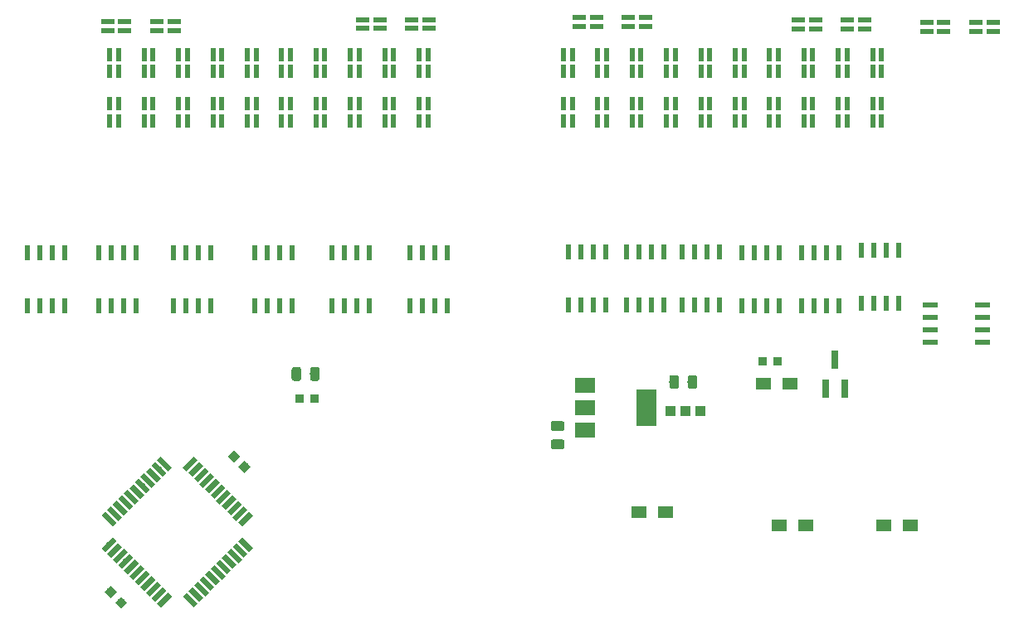
<source format=gtp>
G04 #@! TF.GenerationSoftware,KiCad,Pcbnew,(5.0.2)-1*
G04 #@! TF.CreationDate,2020-09-04T07:28:52-07:00*
G04 #@! TF.ProjectId,PipeDriver24,50697065-4472-4697-9665-7232342e6b69,rev?*
G04 #@! TF.SameCoordinates,Original*
G04 #@! TF.FileFunction,Paste,Top*
G04 #@! TF.FilePolarity,Positive*
%FSLAX46Y46*%
G04 Gerber Fmt 4.6, Leading zero omitted, Abs format (unit mm)*
G04 Created by KiCad (PCBNEW (5.0.2)-1) date 9/4/2020 7:28:52 AM*
%MOMM*%
%LPD*%
G01*
G04 APERTURE LIST*
%ADD10R,0.600000X1.450000*%
%ADD11R,1.450000X0.600000*%
%ADD12C,0.100000*%
%ADD13C,0.975000*%
%ADD14R,0.800000X1.900000*%
%ADD15R,0.889000X0.889000*%
%ADD16C,0.560000*%
%ADD17R,2.000000X1.500000*%
%ADD18R,2.000000X3.800000*%
%ADD19R,1.000000X1.000000*%
%ADD20C,0.889000*%
%ADD21R,1.500000X1.300000*%
%ADD22R,0.600000X1.550000*%
%ADD23R,1.550000X0.600000*%
G04 APERTURE END LIST*
D10*
G04 #@! TO.C,D2*
X51912100Y7775000D03*
X51912100Y6025000D03*
X52812100Y7775000D03*
X52812100Y6025000D03*
X51912100Y12775000D03*
X51912100Y11025000D03*
X52812100Y11025000D03*
X52812100Y12775000D03*
G04 #@! TD*
G04 #@! TO.C,D3*
X58922500Y7775000D03*
X58922500Y6025000D03*
X59822500Y7775000D03*
X59822500Y6025000D03*
X58922500Y12775000D03*
X58922500Y11025000D03*
X59822500Y11025000D03*
X59822500Y12775000D03*
G04 #@! TD*
G04 #@! TO.C,D4*
X65932900Y7775000D03*
X65932900Y6025000D03*
X66832900Y7775000D03*
X66832900Y6025000D03*
X65932900Y12775000D03*
X65932900Y11025000D03*
X66832900Y11025000D03*
X66832900Y12775000D03*
G04 #@! TD*
G04 #@! TO.C,D5*
X72943300Y7775000D03*
X72943300Y6025000D03*
X73843300Y7775000D03*
X73843300Y6025000D03*
X72943300Y12775000D03*
X72943300Y11025000D03*
X73843300Y11025000D03*
X73843300Y12775000D03*
G04 #@! TD*
D11*
G04 #@! TO.C,D6*
X83463800Y15145600D03*
X85213800Y15145600D03*
X83463800Y16045600D03*
X85213800Y16045600D03*
X78463800Y15145600D03*
X80213800Y15145600D03*
X80213800Y16045600D03*
X78463800Y16045600D03*
G04 #@! TD*
D10*
G04 #@! TO.C,D10*
X55417300Y7775000D03*
X55417300Y6025000D03*
X56317300Y7775000D03*
X56317300Y6025000D03*
X55417300Y12775000D03*
X55417300Y11025000D03*
X56317300Y11025000D03*
X56317300Y12775000D03*
G04 #@! TD*
G04 #@! TO.C,D11*
X62427700Y7775000D03*
X62427700Y6025000D03*
X63327700Y7775000D03*
X63327700Y6025000D03*
X62427700Y12775000D03*
X62427700Y11025000D03*
X63327700Y11025000D03*
X63327700Y12775000D03*
G04 #@! TD*
G04 #@! TO.C,D12*
X69438100Y7775000D03*
X69438100Y6025000D03*
X70338100Y7775000D03*
X70338100Y6025000D03*
X69438100Y12775000D03*
X69438100Y11025000D03*
X70338100Y11025000D03*
X70338100Y12775000D03*
G04 #@! TD*
D11*
G04 #@! TO.C,D13*
X70357400Y15399600D03*
X72107400Y15399600D03*
X70357400Y16299600D03*
X72107400Y16299600D03*
X65357400Y15399600D03*
X67107400Y15399600D03*
X67107400Y16299600D03*
X65357400Y16299600D03*
G04 #@! TD*
G04 #@! TO.C,D19*
X-3356500Y16150000D03*
X-5106500Y16150000D03*
X-3356500Y15250000D03*
X-5106500Y15250000D03*
X1643500Y16150000D03*
X-106500Y16150000D03*
X-106500Y15250000D03*
X1643500Y15250000D03*
G04 #@! TD*
D10*
G04 #@! TO.C,D20*
X-1377100Y7773000D03*
X-1377100Y6023000D03*
X-477100Y7773000D03*
X-477100Y6023000D03*
X-1377100Y12773000D03*
X-1377100Y11023000D03*
X-477100Y11023000D03*
X-477100Y12773000D03*
G04 #@! TD*
G04 #@! TO.C,D21*
X5633300Y7775000D03*
X5633300Y6025000D03*
X6533300Y7775000D03*
X6533300Y6025000D03*
X5633300Y12775000D03*
X5633300Y11025000D03*
X6533300Y11025000D03*
X6533300Y12775000D03*
G04 #@! TD*
G04 #@! TO.C,D22*
X12643700Y7775000D03*
X12643700Y6025000D03*
X13543700Y7775000D03*
X13543700Y6025000D03*
X12643700Y12775000D03*
X12643700Y11025000D03*
X13543700Y11025000D03*
X13543700Y12775000D03*
G04 #@! TD*
G04 #@! TO.C,D23*
X19654100Y7775000D03*
X19654100Y6025000D03*
X20554100Y7775000D03*
X20554100Y6025000D03*
X19654100Y12775000D03*
X19654100Y11025000D03*
X20554100Y11025000D03*
X20554100Y12775000D03*
G04 #@! TD*
G04 #@! TO.C,D24*
X26664500Y7775000D03*
X26664500Y6025000D03*
X27564500Y7775000D03*
X27564500Y6025000D03*
X26664500Y12775000D03*
X26664500Y11025000D03*
X27564500Y11025000D03*
X27564500Y12775000D03*
G04 #@! TD*
D11*
G04 #@! TO.C,D25*
X44743500Y16550000D03*
X42993500Y16550000D03*
X44743500Y15650000D03*
X42993500Y15650000D03*
X49743500Y16550000D03*
X47993500Y16550000D03*
X47993500Y15650000D03*
X49743500Y15650000D03*
G04 #@! TD*
D10*
G04 #@! TO.C,D26*
X44901700Y7775000D03*
X44901700Y6025000D03*
X45801700Y7775000D03*
X45801700Y6025000D03*
X44901700Y12775000D03*
X44901700Y11025000D03*
X45801700Y11025000D03*
X45801700Y12775000D03*
G04 #@! TD*
G04 #@! TO.C,D27*
X-4882300Y7773000D03*
X-4882300Y6023000D03*
X-3982300Y7773000D03*
X-3982300Y6023000D03*
X-4882300Y12773000D03*
X-4882300Y11023000D03*
X-3982300Y11023000D03*
X-3982300Y12773000D03*
G04 #@! TD*
G04 #@! TO.C,D28*
X2128100Y7773000D03*
X2128100Y6023000D03*
X3028100Y7773000D03*
X3028100Y6023000D03*
X2128100Y12773000D03*
X2128100Y11023000D03*
X3028100Y11023000D03*
X3028100Y12773000D03*
G04 #@! TD*
G04 #@! TO.C,D29*
X9138500Y7775000D03*
X9138500Y6025000D03*
X10038500Y7775000D03*
X10038500Y6025000D03*
X9138500Y12775000D03*
X9138500Y11025000D03*
X10038500Y11025000D03*
X10038500Y12775000D03*
G04 #@! TD*
G04 #@! TO.C,D30*
X16148900Y7775000D03*
X16148900Y6025000D03*
X17048900Y7775000D03*
X17048900Y6025000D03*
X16148900Y12775000D03*
X16148900Y11025000D03*
X17048900Y11025000D03*
X17048900Y12775000D03*
G04 #@! TD*
G04 #@! TO.C,D31*
X23159300Y7775000D03*
X23159300Y6025000D03*
X24059300Y7775000D03*
X24059300Y6025000D03*
X23159300Y12775000D03*
X23159300Y11025000D03*
X24059300Y11025000D03*
X24059300Y12775000D03*
G04 #@! TD*
D11*
G04 #@! TO.C,D32*
X25893500Y15450000D03*
X27643500Y15450000D03*
X25893500Y16350000D03*
X27643500Y16350000D03*
X20893500Y15450000D03*
X22643500Y15450000D03*
X22643500Y16350000D03*
X20893500Y16350000D03*
G04 #@! TD*
D10*
G04 #@! TO.C,D33*
X41396500Y7773000D03*
X41396500Y6023000D03*
X42296500Y7773000D03*
X42296500Y6023000D03*
X41396500Y12773000D03*
X41396500Y11023000D03*
X42296500Y11023000D03*
X42296500Y12773000D03*
G04 #@! TD*
G04 #@! TO.C,D34*
X48406900Y7775000D03*
X48406900Y6025000D03*
X49306900Y7775000D03*
X49306900Y6025000D03*
X48406900Y12775000D03*
X48406900Y11025000D03*
X49306900Y11025000D03*
X49306900Y12775000D03*
G04 #@! TD*
D12*
G04 #@! TO.C,D1*
G36*
X16292742Y-19163974D02*
X16316403Y-19167484D01*
X16339607Y-19173296D01*
X16362129Y-19181354D01*
X16383753Y-19191582D01*
X16404270Y-19203879D01*
X16423483Y-19218129D01*
X16441207Y-19234193D01*
X16457271Y-19251917D01*
X16471521Y-19271130D01*
X16483818Y-19291647D01*
X16494046Y-19313271D01*
X16502104Y-19335793D01*
X16507916Y-19358997D01*
X16511426Y-19382658D01*
X16512600Y-19406550D01*
X16512600Y-20319050D01*
X16511426Y-20342942D01*
X16507916Y-20366603D01*
X16502104Y-20389807D01*
X16494046Y-20412329D01*
X16483818Y-20433953D01*
X16471521Y-20454470D01*
X16457271Y-20473683D01*
X16441207Y-20491407D01*
X16423483Y-20507471D01*
X16404270Y-20521721D01*
X16383753Y-20534018D01*
X16362129Y-20544246D01*
X16339607Y-20552304D01*
X16316403Y-20558116D01*
X16292742Y-20561626D01*
X16268850Y-20562800D01*
X15781350Y-20562800D01*
X15757458Y-20561626D01*
X15733797Y-20558116D01*
X15710593Y-20552304D01*
X15688071Y-20544246D01*
X15666447Y-20534018D01*
X15645930Y-20521721D01*
X15626717Y-20507471D01*
X15608993Y-20491407D01*
X15592929Y-20473683D01*
X15578679Y-20454470D01*
X15566382Y-20433953D01*
X15556154Y-20412329D01*
X15548096Y-20389807D01*
X15542284Y-20366603D01*
X15538774Y-20342942D01*
X15537600Y-20319050D01*
X15537600Y-19406550D01*
X15538774Y-19382658D01*
X15542284Y-19358997D01*
X15548096Y-19335793D01*
X15556154Y-19313271D01*
X15566382Y-19291647D01*
X15578679Y-19271130D01*
X15592929Y-19251917D01*
X15608993Y-19234193D01*
X15626717Y-19218129D01*
X15645930Y-19203879D01*
X15666447Y-19191582D01*
X15688071Y-19181354D01*
X15710593Y-19173296D01*
X15733797Y-19167484D01*
X15757458Y-19163974D01*
X15781350Y-19162800D01*
X16268850Y-19162800D01*
X16292742Y-19163974D01*
X16292742Y-19163974D01*
G37*
D13*
X16025100Y-19862800D03*
D12*
G36*
X14417742Y-19163974D02*
X14441403Y-19167484D01*
X14464607Y-19173296D01*
X14487129Y-19181354D01*
X14508753Y-19191582D01*
X14529270Y-19203879D01*
X14548483Y-19218129D01*
X14566207Y-19234193D01*
X14582271Y-19251917D01*
X14596521Y-19271130D01*
X14608818Y-19291647D01*
X14619046Y-19313271D01*
X14627104Y-19335793D01*
X14632916Y-19358997D01*
X14636426Y-19382658D01*
X14637600Y-19406550D01*
X14637600Y-20319050D01*
X14636426Y-20342942D01*
X14632916Y-20366603D01*
X14627104Y-20389807D01*
X14619046Y-20412329D01*
X14608818Y-20433953D01*
X14596521Y-20454470D01*
X14582271Y-20473683D01*
X14566207Y-20491407D01*
X14548483Y-20507471D01*
X14529270Y-20521721D01*
X14508753Y-20534018D01*
X14487129Y-20544246D01*
X14464607Y-20552304D01*
X14441403Y-20558116D01*
X14417742Y-20561626D01*
X14393850Y-20562800D01*
X13906350Y-20562800D01*
X13882458Y-20561626D01*
X13858797Y-20558116D01*
X13835593Y-20552304D01*
X13813071Y-20544246D01*
X13791447Y-20534018D01*
X13770930Y-20521721D01*
X13751717Y-20507471D01*
X13733993Y-20491407D01*
X13717929Y-20473683D01*
X13703679Y-20454470D01*
X13691382Y-20433953D01*
X13681154Y-20412329D01*
X13673096Y-20389807D01*
X13667284Y-20366603D01*
X13663774Y-20342942D01*
X13662600Y-20319050D01*
X13662600Y-19406550D01*
X13663774Y-19382658D01*
X13667284Y-19358997D01*
X13673096Y-19335793D01*
X13681154Y-19313271D01*
X13691382Y-19291647D01*
X13703679Y-19271130D01*
X13717929Y-19251917D01*
X13733993Y-19234193D01*
X13751717Y-19218129D01*
X13770930Y-19203879D01*
X13791447Y-19191582D01*
X13813071Y-19181354D01*
X13835593Y-19173296D01*
X13858797Y-19167484D01*
X13882458Y-19163974D01*
X13906350Y-19162800D01*
X14393850Y-19162800D01*
X14417742Y-19163974D01*
X14417742Y-19163974D01*
G37*
D13*
X14150100Y-19862800D03*
G04 #@! TD*
D14*
G04 #@! TO.C,Q9*
X69116800Y-18390800D03*
X70066800Y-21390800D03*
X68166800Y-21390800D03*
G04 #@! TD*
D15*
G04 #@! TO.C,R1*
X63278800Y-18590800D03*
X61754800Y-18590800D03*
G04 #@! TD*
G04 #@! TO.C,R2*
X14489200Y-22387600D03*
X16013200Y-22387600D03*
G04 #@! TD*
D16*
G04 #@! TO.C,U1*
X-4965002Y-34691852D03*
D12*
G36*
X-4201327Y-35059548D02*
X-4597306Y-35455527D01*
X-5728677Y-34324156D01*
X-5332698Y-33928177D01*
X-4201327Y-35059548D01*
X-4201327Y-35059548D01*
G37*
D16*
X-4399316Y-34126167D03*
D12*
G36*
X-3635641Y-34493863D02*
X-4031620Y-34889842D01*
X-5162991Y-33758471D01*
X-4767012Y-33362492D01*
X-3635641Y-34493863D01*
X-3635641Y-34493863D01*
G37*
D16*
X-3833631Y-33560482D03*
D12*
G36*
X-3069956Y-33928178D02*
X-3465935Y-34324157D01*
X-4597306Y-33192786D01*
X-4201327Y-32796807D01*
X-3069956Y-33928178D01*
X-3069956Y-33928178D01*
G37*
D16*
X-3267946Y-32994796D03*
D12*
G36*
X-2504271Y-33362492D02*
X-2900250Y-33758471D01*
X-4031621Y-32627100D01*
X-3635642Y-32231121D01*
X-2504271Y-33362492D01*
X-2504271Y-33362492D01*
G37*
D16*
X-2702260Y-32429111D03*
D12*
G36*
X-1938585Y-32796807D02*
X-2334564Y-33192786D01*
X-3465935Y-32061415D01*
X-3069956Y-31665436D01*
X-1938585Y-32796807D01*
X-1938585Y-32796807D01*
G37*
D16*
X-2136575Y-31863425D03*
D12*
G36*
X-1372900Y-32231121D02*
X-1768879Y-32627100D01*
X-2900250Y-31495729D01*
X-2504271Y-31099750D01*
X-1372900Y-32231121D01*
X-1372900Y-32231121D01*
G37*
D16*
X-1570889Y-31297740D03*
D12*
G36*
X-807214Y-31665436D02*
X-1203193Y-32061415D01*
X-2334564Y-30930044D01*
X-1938585Y-30534065D01*
X-807214Y-31665436D01*
X-807214Y-31665436D01*
G37*
D16*
X-1005204Y-30732054D03*
D12*
G36*
X-241529Y-31099750D02*
X-637508Y-31495729D01*
X-1768879Y-30364358D01*
X-1372900Y-29968379D01*
X-241529Y-31099750D01*
X-241529Y-31099750D01*
G37*
D16*
X-439518Y-30166369D03*
D12*
G36*
X324157Y-30534065D02*
X-71822Y-30930044D01*
X-1203193Y-29798673D01*
X-807214Y-29402694D01*
X324157Y-30534065D01*
X324157Y-30534065D01*
G37*
D16*
X126167Y-29600684D03*
D12*
G36*
X889842Y-29968380D02*
X493863Y-30364359D01*
X-637508Y-29232988D01*
X-241529Y-28837009D01*
X889842Y-29968380D01*
X889842Y-29968380D01*
G37*
D16*
X691852Y-29034998D03*
D12*
G36*
X1455527Y-29402694D02*
X1059548Y-29798673D01*
X-71823Y-28667302D01*
X324156Y-28271323D01*
X1455527Y-29402694D01*
X1455527Y-29402694D01*
G37*
D16*
X3308148Y-29034998D03*
D12*
G36*
X2940452Y-29798673D02*
X2544473Y-29402694D01*
X3675844Y-28271323D01*
X4071823Y-28667302D01*
X2940452Y-29798673D01*
X2940452Y-29798673D01*
G37*
D16*
X3873833Y-29600684D03*
D12*
G36*
X3506137Y-30364359D02*
X3110158Y-29968380D01*
X4241529Y-28837009D01*
X4637508Y-29232988D01*
X3506137Y-30364359D01*
X3506137Y-30364359D01*
G37*
D16*
X4439518Y-30166369D03*
D12*
G36*
X4071822Y-30930044D02*
X3675843Y-30534065D01*
X4807214Y-29402694D01*
X5203193Y-29798673D01*
X4071822Y-30930044D01*
X4071822Y-30930044D01*
G37*
D16*
X5005204Y-30732054D03*
D12*
G36*
X4637508Y-31495729D02*
X4241529Y-31099750D01*
X5372900Y-29968379D01*
X5768879Y-30364358D01*
X4637508Y-31495729D01*
X4637508Y-31495729D01*
G37*
D16*
X5570889Y-31297740D03*
D12*
G36*
X5203193Y-32061415D02*
X4807214Y-31665436D01*
X5938585Y-30534065D01*
X6334564Y-30930044D01*
X5203193Y-32061415D01*
X5203193Y-32061415D01*
G37*
D16*
X6136575Y-31863425D03*
D12*
G36*
X5768879Y-32627100D02*
X5372900Y-32231121D01*
X6504271Y-31099750D01*
X6900250Y-31495729D01*
X5768879Y-32627100D01*
X5768879Y-32627100D01*
G37*
D16*
X6702260Y-32429111D03*
D12*
G36*
X6334564Y-33192786D02*
X5938585Y-32796807D01*
X7069956Y-31665436D01*
X7465935Y-32061415D01*
X6334564Y-33192786D01*
X6334564Y-33192786D01*
G37*
D16*
X7267946Y-32994796D03*
D12*
G36*
X6900250Y-33758471D02*
X6504271Y-33362492D01*
X7635642Y-32231121D01*
X8031621Y-32627100D01*
X6900250Y-33758471D01*
X6900250Y-33758471D01*
G37*
D16*
X7833631Y-33560482D03*
D12*
G36*
X7465935Y-34324157D02*
X7069956Y-33928178D01*
X8201327Y-32796807D01*
X8597306Y-33192786D01*
X7465935Y-34324157D01*
X7465935Y-34324157D01*
G37*
D16*
X8399316Y-34126167D03*
D12*
G36*
X8031620Y-34889842D02*
X7635641Y-34493863D01*
X8767012Y-33362492D01*
X9162991Y-33758471D01*
X8031620Y-34889842D01*
X8031620Y-34889842D01*
G37*
D16*
X8965002Y-34691852D03*
D12*
G36*
X8597306Y-35455527D02*
X8201327Y-35059548D01*
X9332698Y-33928177D01*
X9728677Y-34324156D01*
X8597306Y-35455527D01*
X8597306Y-35455527D01*
G37*
D16*
X8965002Y-37308148D03*
D12*
G36*
X9728677Y-37675844D02*
X9332698Y-38071823D01*
X8201327Y-36940452D01*
X8597306Y-36544473D01*
X9728677Y-37675844D01*
X9728677Y-37675844D01*
G37*
D16*
X8399316Y-37873833D03*
D12*
G36*
X9162991Y-38241529D02*
X8767012Y-38637508D01*
X7635641Y-37506137D01*
X8031620Y-37110158D01*
X9162991Y-38241529D01*
X9162991Y-38241529D01*
G37*
D16*
X7833631Y-38439518D03*
D12*
G36*
X8597306Y-38807214D02*
X8201327Y-39203193D01*
X7069956Y-38071822D01*
X7465935Y-37675843D01*
X8597306Y-38807214D01*
X8597306Y-38807214D01*
G37*
D16*
X7267946Y-39005204D03*
D12*
G36*
X8031621Y-39372900D02*
X7635642Y-39768879D01*
X6504271Y-38637508D01*
X6900250Y-38241529D01*
X8031621Y-39372900D01*
X8031621Y-39372900D01*
G37*
D16*
X6702260Y-39570889D03*
D12*
G36*
X7465935Y-39938585D02*
X7069956Y-40334564D01*
X5938585Y-39203193D01*
X6334564Y-38807214D01*
X7465935Y-39938585D01*
X7465935Y-39938585D01*
G37*
D16*
X6136575Y-40136575D03*
D12*
G36*
X6900250Y-40504271D02*
X6504271Y-40900250D01*
X5372900Y-39768879D01*
X5768879Y-39372900D01*
X6900250Y-40504271D01*
X6900250Y-40504271D01*
G37*
D16*
X5570889Y-40702260D03*
D12*
G36*
X6334564Y-41069956D02*
X5938585Y-41465935D01*
X4807214Y-40334564D01*
X5203193Y-39938585D01*
X6334564Y-41069956D01*
X6334564Y-41069956D01*
G37*
D16*
X5005204Y-41267946D03*
D12*
G36*
X5768879Y-41635642D02*
X5372900Y-42031621D01*
X4241529Y-40900250D01*
X4637508Y-40504271D01*
X5768879Y-41635642D01*
X5768879Y-41635642D01*
G37*
D16*
X4439518Y-41833631D03*
D12*
G36*
X5203193Y-42201327D02*
X4807214Y-42597306D01*
X3675843Y-41465935D01*
X4071822Y-41069956D01*
X5203193Y-42201327D01*
X5203193Y-42201327D01*
G37*
D16*
X3873833Y-42399316D03*
D12*
G36*
X4637508Y-42767012D02*
X4241529Y-43162991D01*
X3110158Y-42031620D01*
X3506137Y-41635641D01*
X4637508Y-42767012D01*
X4637508Y-42767012D01*
G37*
D16*
X3308148Y-42965002D03*
D12*
G36*
X4071823Y-43332698D02*
X3675844Y-43728677D01*
X2544473Y-42597306D01*
X2940452Y-42201327D01*
X4071823Y-43332698D01*
X4071823Y-43332698D01*
G37*
D16*
X691852Y-42965002D03*
D12*
G36*
X324156Y-43728677D02*
X-71823Y-43332698D01*
X1059548Y-42201327D01*
X1455527Y-42597306D01*
X324156Y-43728677D01*
X324156Y-43728677D01*
G37*
D16*
X126167Y-42399316D03*
D12*
G36*
X-241529Y-43162991D02*
X-637508Y-42767012D01*
X493863Y-41635641D01*
X889842Y-42031620D01*
X-241529Y-43162991D01*
X-241529Y-43162991D01*
G37*
D16*
X-439518Y-41833631D03*
D12*
G36*
X-807214Y-42597306D02*
X-1203193Y-42201327D01*
X-71822Y-41069956D01*
X324157Y-41465935D01*
X-807214Y-42597306D01*
X-807214Y-42597306D01*
G37*
D16*
X-1005204Y-41267946D03*
D12*
G36*
X-1372900Y-42031621D02*
X-1768879Y-41635642D01*
X-637508Y-40504271D01*
X-241529Y-40900250D01*
X-1372900Y-42031621D01*
X-1372900Y-42031621D01*
G37*
D16*
X-1570889Y-40702260D03*
D12*
G36*
X-1938585Y-41465935D02*
X-2334564Y-41069956D01*
X-1203193Y-39938585D01*
X-807214Y-40334564D01*
X-1938585Y-41465935D01*
X-1938585Y-41465935D01*
G37*
D16*
X-2136575Y-40136575D03*
D12*
G36*
X-2504271Y-40900250D02*
X-2900250Y-40504271D01*
X-1768879Y-39372900D01*
X-1372900Y-39768879D01*
X-2504271Y-40900250D01*
X-2504271Y-40900250D01*
G37*
D16*
X-2702260Y-39570889D03*
D12*
G36*
X-3069956Y-40334564D02*
X-3465935Y-39938585D01*
X-2334564Y-38807214D01*
X-1938585Y-39203193D01*
X-3069956Y-40334564D01*
X-3069956Y-40334564D01*
G37*
D16*
X-3267946Y-39005204D03*
D12*
G36*
X-3635642Y-39768879D02*
X-4031621Y-39372900D01*
X-2900250Y-38241529D01*
X-2504271Y-38637508D01*
X-3635642Y-39768879D01*
X-3635642Y-39768879D01*
G37*
D16*
X-3833631Y-38439518D03*
D12*
G36*
X-4201327Y-39203193D02*
X-4597306Y-38807214D01*
X-3465935Y-37675843D01*
X-3069956Y-38071822D01*
X-4201327Y-39203193D01*
X-4201327Y-39203193D01*
G37*
D16*
X-4399316Y-37873833D03*
D12*
G36*
X-4767012Y-38637508D02*
X-5162991Y-38241529D01*
X-4031620Y-37110158D01*
X-3635641Y-37506137D01*
X-4767012Y-38637508D01*
X-4767012Y-38637508D01*
G37*
D16*
X-4965002Y-37308148D03*
D12*
G36*
X-5332698Y-38071823D02*
X-5728677Y-37675844D01*
X-4597306Y-36544473D01*
X-4201327Y-36940452D01*
X-5332698Y-38071823D01*
X-5332698Y-38071823D01*
G37*
G04 #@! TD*
D17*
G04 #@! TO.C,U9*
X43586000Y-21017200D03*
X43586000Y-25617200D03*
X43586000Y-23317200D03*
D18*
X49886000Y-23317200D03*
G04 #@! TD*
D19*
G04 #@! TO.C,J2*
X52292000Y-23622000D03*
X53832000Y-23622000D03*
X55372000Y-23622000D03*
G04 #@! TD*
D20*
G04 #@! TO.C,C9*
X7792385Y-28264785D03*
D12*
G36*
X8421003Y-28264785D02*
X7792385Y-28893403D01*
X7163767Y-28264785D01*
X7792385Y-27636167D01*
X8421003Y-28264785D01*
X8421003Y-28264785D01*
G37*
D20*
X8870015Y-29342415D03*
D12*
G36*
X9498633Y-29342415D02*
X8870015Y-29971033D01*
X8241397Y-29342415D01*
X8870015Y-28713797D01*
X9498633Y-29342415D01*
X9498633Y-29342415D01*
G37*
G04 #@! TD*
D20*
G04 #@! TO.C,C10*
X-4806015Y-42133185D03*
D12*
G36*
X-4177397Y-42133185D02*
X-4806015Y-42761803D01*
X-5434633Y-42133185D01*
X-4806015Y-41504567D01*
X-4177397Y-42133185D01*
X-4177397Y-42133185D01*
G37*
D20*
X-3728385Y-43210815D03*
D12*
G36*
X-3099767Y-43210815D02*
X-3728385Y-43839433D01*
X-4357003Y-43210815D01*
X-3728385Y-42582197D01*
X-3099767Y-43210815D01*
X-3099767Y-43210815D01*
G37*
G04 #@! TD*
G04 #@! TO.C,C5*
G36*
X41272542Y-26562374D02*
X41296203Y-26565884D01*
X41319407Y-26571696D01*
X41341929Y-26579754D01*
X41363553Y-26589982D01*
X41384070Y-26602279D01*
X41403283Y-26616529D01*
X41421007Y-26632593D01*
X41437071Y-26650317D01*
X41451321Y-26669530D01*
X41463618Y-26690047D01*
X41473846Y-26711671D01*
X41481904Y-26734193D01*
X41487716Y-26757397D01*
X41491226Y-26781058D01*
X41492400Y-26804950D01*
X41492400Y-27292450D01*
X41491226Y-27316342D01*
X41487716Y-27340003D01*
X41481904Y-27363207D01*
X41473846Y-27385729D01*
X41463618Y-27407353D01*
X41451321Y-27427870D01*
X41437071Y-27447083D01*
X41421007Y-27464807D01*
X41403283Y-27480871D01*
X41384070Y-27495121D01*
X41363553Y-27507418D01*
X41341929Y-27517646D01*
X41319407Y-27525704D01*
X41296203Y-27531516D01*
X41272542Y-27535026D01*
X41248650Y-27536200D01*
X40336150Y-27536200D01*
X40312258Y-27535026D01*
X40288597Y-27531516D01*
X40265393Y-27525704D01*
X40242871Y-27517646D01*
X40221247Y-27507418D01*
X40200730Y-27495121D01*
X40181517Y-27480871D01*
X40163793Y-27464807D01*
X40147729Y-27447083D01*
X40133479Y-27427870D01*
X40121182Y-27407353D01*
X40110954Y-27385729D01*
X40102896Y-27363207D01*
X40097084Y-27340003D01*
X40093574Y-27316342D01*
X40092400Y-27292450D01*
X40092400Y-26804950D01*
X40093574Y-26781058D01*
X40097084Y-26757397D01*
X40102896Y-26734193D01*
X40110954Y-26711671D01*
X40121182Y-26690047D01*
X40133479Y-26669530D01*
X40147729Y-26650317D01*
X40163793Y-26632593D01*
X40181517Y-26616529D01*
X40200730Y-26602279D01*
X40221247Y-26589982D01*
X40242871Y-26579754D01*
X40265393Y-26571696D01*
X40288597Y-26565884D01*
X40312258Y-26562374D01*
X40336150Y-26561200D01*
X41248650Y-26561200D01*
X41272542Y-26562374D01*
X41272542Y-26562374D01*
G37*
D13*
X40792400Y-27048700D03*
D12*
G36*
X41272542Y-24687374D02*
X41296203Y-24690884D01*
X41319407Y-24696696D01*
X41341929Y-24704754D01*
X41363553Y-24714982D01*
X41384070Y-24727279D01*
X41403283Y-24741529D01*
X41421007Y-24757593D01*
X41437071Y-24775317D01*
X41451321Y-24794530D01*
X41463618Y-24815047D01*
X41473846Y-24836671D01*
X41481904Y-24859193D01*
X41487716Y-24882397D01*
X41491226Y-24906058D01*
X41492400Y-24929950D01*
X41492400Y-25417450D01*
X41491226Y-25441342D01*
X41487716Y-25465003D01*
X41481904Y-25488207D01*
X41473846Y-25510729D01*
X41463618Y-25532353D01*
X41451321Y-25552870D01*
X41437071Y-25572083D01*
X41421007Y-25589807D01*
X41403283Y-25605871D01*
X41384070Y-25620121D01*
X41363553Y-25632418D01*
X41341929Y-25642646D01*
X41319407Y-25650704D01*
X41296203Y-25656516D01*
X41272542Y-25660026D01*
X41248650Y-25661200D01*
X40336150Y-25661200D01*
X40312258Y-25660026D01*
X40288597Y-25656516D01*
X40265393Y-25650704D01*
X40242871Y-25642646D01*
X40221247Y-25632418D01*
X40200730Y-25620121D01*
X40181517Y-25605871D01*
X40163793Y-25589807D01*
X40147729Y-25572083D01*
X40133479Y-25552870D01*
X40121182Y-25532353D01*
X40110954Y-25510729D01*
X40102896Y-25488207D01*
X40097084Y-25465003D01*
X40093574Y-25441342D01*
X40092400Y-25417450D01*
X40092400Y-24929950D01*
X40093574Y-24906058D01*
X40097084Y-24882397D01*
X40102896Y-24859193D01*
X40110954Y-24836671D01*
X40121182Y-24815047D01*
X40133479Y-24794530D01*
X40147729Y-24775317D01*
X40163793Y-24757593D01*
X40181517Y-24741529D01*
X40200730Y-24727279D01*
X40221247Y-24714982D01*
X40242871Y-24704754D01*
X40265393Y-24696696D01*
X40288597Y-24690884D01*
X40312258Y-24687374D01*
X40336150Y-24686200D01*
X41248650Y-24686200D01*
X41272542Y-24687374D01*
X41272542Y-24687374D01*
G37*
D13*
X40792400Y-25173700D03*
G04 #@! TD*
D12*
G04 #@! TO.C,C8*
G36*
X54822242Y-19976774D02*
X54845903Y-19980284D01*
X54869107Y-19986096D01*
X54891629Y-19994154D01*
X54913253Y-20004382D01*
X54933770Y-20016679D01*
X54952983Y-20030929D01*
X54970707Y-20046993D01*
X54986771Y-20064717D01*
X55001021Y-20083930D01*
X55013318Y-20104447D01*
X55023546Y-20126071D01*
X55031604Y-20148593D01*
X55037416Y-20171797D01*
X55040926Y-20195458D01*
X55042100Y-20219350D01*
X55042100Y-21131850D01*
X55040926Y-21155742D01*
X55037416Y-21179403D01*
X55031604Y-21202607D01*
X55023546Y-21225129D01*
X55013318Y-21246753D01*
X55001021Y-21267270D01*
X54986771Y-21286483D01*
X54970707Y-21304207D01*
X54952983Y-21320271D01*
X54933770Y-21334521D01*
X54913253Y-21346818D01*
X54891629Y-21357046D01*
X54869107Y-21365104D01*
X54845903Y-21370916D01*
X54822242Y-21374426D01*
X54798350Y-21375600D01*
X54310850Y-21375600D01*
X54286958Y-21374426D01*
X54263297Y-21370916D01*
X54240093Y-21365104D01*
X54217571Y-21357046D01*
X54195947Y-21346818D01*
X54175430Y-21334521D01*
X54156217Y-21320271D01*
X54138493Y-21304207D01*
X54122429Y-21286483D01*
X54108179Y-21267270D01*
X54095882Y-21246753D01*
X54085654Y-21225129D01*
X54077596Y-21202607D01*
X54071784Y-21179403D01*
X54068274Y-21155742D01*
X54067100Y-21131850D01*
X54067100Y-20219350D01*
X54068274Y-20195458D01*
X54071784Y-20171797D01*
X54077596Y-20148593D01*
X54085654Y-20126071D01*
X54095882Y-20104447D01*
X54108179Y-20083930D01*
X54122429Y-20064717D01*
X54138493Y-20046993D01*
X54156217Y-20030929D01*
X54175430Y-20016679D01*
X54195947Y-20004382D01*
X54217571Y-19994154D01*
X54240093Y-19986096D01*
X54263297Y-19980284D01*
X54286958Y-19976774D01*
X54310850Y-19975600D01*
X54798350Y-19975600D01*
X54822242Y-19976774D01*
X54822242Y-19976774D01*
G37*
D13*
X54554600Y-20675600D03*
D12*
G36*
X52947242Y-19976774D02*
X52970903Y-19980284D01*
X52994107Y-19986096D01*
X53016629Y-19994154D01*
X53038253Y-20004382D01*
X53058770Y-20016679D01*
X53077983Y-20030929D01*
X53095707Y-20046993D01*
X53111771Y-20064717D01*
X53126021Y-20083930D01*
X53138318Y-20104447D01*
X53148546Y-20126071D01*
X53156604Y-20148593D01*
X53162416Y-20171797D01*
X53165926Y-20195458D01*
X53167100Y-20219350D01*
X53167100Y-21131850D01*
X53165926Y-21155742D01*
X53162416Y-21179403D01*
X53156604Y-21202607D01*
X53148546Y-21225129D01*
X53138318Y-21246753D01*
X53126021Y-21267270D01*
X53111771Y-21286483D01*
X53095707Y-21304207D01*
X53077983Y-21320271D01*
X53058770Y-21334521D01*
X53038253Y-21346818D01*
X53016629Y-21357046D01*
X52994107Y-21365104D01*
X52970903Y-21370916D01*
X52947242Y-21374426D01*
X52923350Y-21375600D01*
X52435850Y-21375600D01*
X52411958Y-21374426D01*
X52388297Y-21370916D01*
X52365093Y-21365104D01*
X52342571Y-21357046D01*
X52320947Y-21346818D01*
X52300430Y-21334521D01*
X52281217Y-21320271D01*
X52263493Y-21304207D01*
X52247429Y-21286483D01*
X52233179Y-21267270D01*
X52220882Y-21246753D01*
X52210654Y-21225129D01*
X52202596Y-21202607D01*
X52196784Y-21179403D01*
X52193274Y-21155742D01*
X52192100Y-21131850D01*
X52192100Y-20219350D01*
X52193274Y-20195458D01*
X52196784Y-20171797D01*
X52202596Y-20148593D01*
X52210654Y-20126071D01*
X52220882Y-20104447D01*
X52233179Y-20083930D01*
X52247429Y-20064717D01*
X52263493Y-20046993D01*
X52281217Y-20030929D01*
X52300430Y-20016679D01*
X52320947Y-20004382D01*
X52342571Y-19994154D01*
X52365093Y-19986096D01*
X52388297Y-19980284D01*
X52411958Y-19976774D01*
X52435850Y-19975600D01*
X52923350Y-19975600D01*
X52947242Y-19976774D01*
X52947242Y-19976774D01*
G37*
D13*
X52679600Y-20675600D03*
G04 #@! TD*
D21*
G04 #@! TO.C,R3*
X74088000Y-35306000D03*
X76788000Y-35306000D03*
G04 #@! TD*
G04 #@! TO.C,R4*
X51780000Y-34000000D03*
X49080000Y-34000000D03*
G04 #@! TD*
G04 #@! TO.C,R5*
X63442860Y-35331400D03*
X66142860Y-35331400D03*
G04 #@! TD*
G04 #@! TO.C,R6*
X61766800Y-20890800D03*
X64466800Y-20890800D03*
G04 #@! TD*
D22*
G04 #@! TO.C,Q1*
X17795000Y-12900000D03*
X19065000Y-12900000D03*
X20335000Y-12900000D03*
X21605000Y-12900000D03*
X21605000Y-7500000D03*
X20335000Y-7500000D03*
X19065000Y-7500000D03*
X17795000Y-7500000D03*
G04 #@! TD*
G04 #@! TO.C,Q3*
X25695000Y-7500000D03*
X26965000Y-7500000D03*
X28235000Y-7500000D03*
X29505000Y-7500000D03*
X29505000Y-12900000D03*
X28235000Y-12900000D03*
X26965000Y-12900000D03*
X25695000Y-12900000D03*
G04 #@! TD*
G04 #@! TO.C,Q5*
X41897300Y-12816080D03*
X43167300Y-12816080D03*
X44437300Y-12816080D03*
X45707300Y-12816080D03*
X45707300Y-7416080D03*
X44437300Y-7416080D03*
X43167300Y-7416080D03*
X41897300Y-7416080D03*
G04 #@! TD*
G04 #@! TO.C,Q7*
X47787300Y-7416080D03*
X49057300Y-7416080D03*
X50327300Y-7416080D03*
X51597300Y-7416080D03*
X51597300Y-12816080D03*
X50327300Y-12816080D03*
X49057300Y-12816080D03*
X47787300Y-12816080D03*
G04 #@! TD*
G04 #@! TO.C,Q10*
X-13305000Y-7460000D03*
X-12035000Y-7460000D03*
X-10765000Y-7460000D03*
X-9495000Y-7460000D03*
X-9495000Y-12860000D03*
X-10765000Y-12860000D03*
X-12035000Y-12860000D03*
X-13305000Y-12860000D03*
G04 #@! TD*
G04 #@! TO.C,Q12*
X-6005000Y-12860000D03*
X-4735000Y-12860000D03*
X-3465000Y-12860000D03*
X-2195000Y-12860000D03*
X-2195000Y-7460000D03*
X-3465000Y-7460000D03*
X-4735000Y-7460000D03*
X-6005000Y-7460000D03*
G04 #@! TD*
G04 #@! TO.C,Q14*
X1595000Y-12900000D03*
X2865000Y-12900000D03*
X4135000Y-12900000D03*
X5405000Y-12900000D03*
X5405000Y-7500000D03*
X4135000Y-7500000D03*
X2865000Y-7500000D03*
X1595000Y-7500000D03*
G04 #@! TD*
G04 #@! TO.C,Q16*
X9895000Y-7500000D03*
X11165000Y-7500000D03*
X12435000Y-7500000D03*
X13705000Y-7500000D03*
X13705000Y-12900000D03*
X12435000Y-12900000D03*
X11165000Y-12900000D03*
X9895000Y-12900000D03*
G04 #@! TD*
D23*
G04 #@! TO.C,Q18*
X78783200Y-12827000D03*
X78783200Y-14097000D03*
X78783200Y-15367000D03*
X78783200Y-16637000D03*
X84183200Y-16637000D03*
X84183200Y-15367000D03*
X84183200Y-14097000D03*
X84183200Y-12827000D03*
G04 #@! TD*
D22*
G04 #@! TO.C,Q26*
X53533040Y-12809200D03*
X54803040Y-12809200D03*
X56073040Y-12809200D03*
X57343040Y-12809200D03*
X57343040Y-7409200D03*
X56073040Y-7409200D03*
X54803040Y-7409200D03*
X53533040Y-7409200D03*
G04 #@! TD*
G04 #@! TO.C,Q28*
X59563000Y-7460000D03*
X60833000Y-7460000D03*
X62103000Y-7460000D03*
X63373000Y-7460000D03*
X63373000Y-12860000D03*
X62103000Y-12860000D03*
X60833000Y-12860000D03*
X59563000Y-12860000D03*
G04 #@! TD*
G04 #@! TO.C,Q30*
X65659000Y-12860000D03*
X66929000Y-12860000D03*
X68199000Y-12860000D03*
X69469000Y-12860000D03*
X69469000Y-7460000D03*
X68199000Y-7460000D03*
X66929000Y-7460000D03*
X65659000Y-7460000D03*
G04 #@! TD*
G04 #@! TO.C,Q32*
X71755000Y-7206000D03*
X73025000Y-7206000D03*
X74295000Y-7206000D03*
X75565000Y-7206000D03*
X75565000Y-12606000D03*
X74295000Y-12606000D03*
X73025000Y-12606000D03*
X71755000Y-12606000D03*
G04 #@! TD*
M02*

</source>
